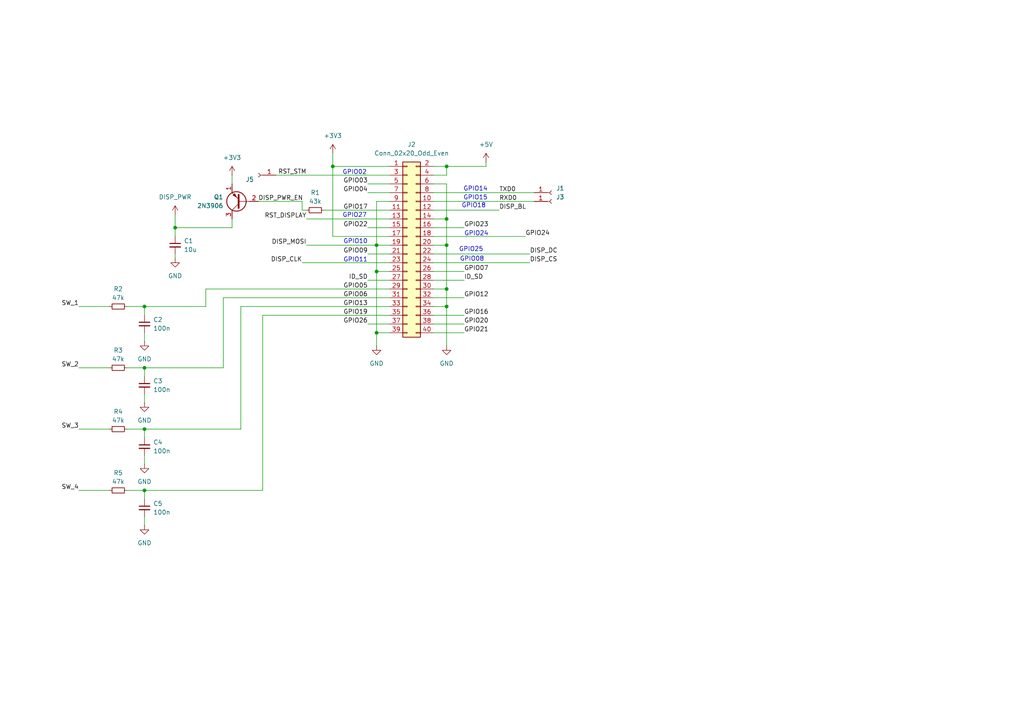
<source format=kicad_sch>
(kicad_sch (version 20250114) (generator "eeschema") (generator_version "9.0")
  (paper "A4")
  (lib_symbols
    (symbol "Connector:Conn_01x01_Socket" (pin_names (offset 1.016) (hide yes))
      (property "Reference" "J" (at 0 2.54 0))
      (property "Value" "Conn_01x01_Socket" (at 0 -2.54 0))
      (symbol "Conn_01x01_Socket_1_1"
        (polyline (pts (xy -1.27 0) (xy -0.508 0)) (stroke (width 0.1524)))
        (arc (start 0 -0.508) (mid -0.5058 0) (end 0 0.508) (stroke (width 0.1524)))
        (pin passive line (at -5.08 0 0) (length 3.81) (name "Pin_1") (number "1"))
      )
    )
    (symbol "Connector_Generic:Conn_02x20_Odd_Even" (pin_names (offset 1.016) (hide yes))
      (property "Reference" "J" (at 1.27 25.4 0))
      (property "Value" "Conn_02x20_Odd_Even" (at 1.27 -27.94 0))
      (symbol "Conn_02x20_Odd_Even_1_1"
        (rectangle (start -1.27 24.13) (end 3.81 -26.67) (stroke (width 0.254)) (fill (type background)))
        (rectangle (start -1.27 22.987) (end 0 22.733) (stroke (width 0.1524)))
        (rectangle (start -1.27 20.447) (end 0 20.193) (stroke (width 0.1524)))
        (rectangle (start -1.27 17.907) (end 0 17.653) (stroke (width 0.1524)))
        (rectangle (start -1.27 15.367) (end 0 15.113) (stroke (width 0.1524)))
        (rectangle (start -1.27 12.827) (end 0 12.573) (stroke (width 0.1524)))
        (rectangle (start -1.27 10.287) (end 0 10.033) (stroke (width 0.1524)))
        (rectangle (start -1.27 7.747) (end 0 7.493) (stroke (width 0.1524)))
        (rectangle (start -1.27 5.207) (end 0 4.953) (stroke (width 0.1524)))
        (rectangle (start -1.27 2.667) (end 0 2.413) (stroke (width 0.1524)))
        (rectangle (start -1.27 0.127) (end 0 -0.127) (stroke (width 0.1524)))
        (rectangle (start -1.27 -2.413) (end 0 -2.667) (stroke (width 0.1524)))
        (rectangle (start -1.27 -4.953) (end 0 -5.207) (stroke (width 0.1524)))
        (rectangle (start -1.27 -7.493) (end 0 -7.747) (stroke (width 0.1524)))
        (rectangle (start -1.27 -10.033) (end 0 -10.287) (stroke (width 0.1524)))
        (rectangle (start -1.27 -12.573) (end 0 -12.827) (stroke (width 0.1524)))
        (rectangle (start -1.27 -15.113) (end 0 -15.367) (stroke (width 0.1524)))
        (rectangle (start -1.27 -17.653) (end 0 -17.907) (stroke (width 0.1524)))
        (rectangle (start -1.27 -20.193) (end 0 -20.447) (stroke (width 0.1524)))
        (rectangle (start -1.27 -22.733) (end 0 -22.987) (stroke (width 0.1524)))
        (rectangle (start -1.27 -25.273) (end 0 -25.527) (stroke (width 0.1524)))
        (rectangle (start 3.81 22.987) (end 2.54 22.733) (stroke (width 0.1524)))
        (rectangle (start 3.81 20.447) (end 2.54 20.193) (stroke (width 0.1524)))
        (rectangle (start 3.81 17.907) (end 2.54 17.653) (stroke (width 0.1524)))
        (rectangle (start 3.81 15.367) (end 2.54 15.113) (stroke (width 0.1524)))
        (rectangle (start 3.81 12.827) (end 2.54 12.573) (stroke (width 0.1524)))
        (rectangle (start 3.81 10.287) (end 2.54 10.033) (stroke (width 0.1524)))
        (rectangle (start 3.81 7.747) (end 2.54 7.493) (stroke (width 0.1524)))
        (rectangle (start 3.81 5.207) (end 2.54 4.953) (stroke (width 0.1524)))
        (rectangle (start 3.81 2.667) (end 2.54 2.413) (stroke (width 0.1524)))
        (rectangle (start 3.81 0.127) (end 2.54 -0.127) (stroke (width 0.1524)))
        (rectangle (start 3.81 -2.413) (end 2.54 -2.667) (stroke (width 0.1524)))
        (rectangle (start 3.81 -4.953) (end 2.54 -5.207) (stroke (width 0.1524)))
        (rectangle (start 3.81 -7.493) (end 2.54 -7.747) (stroke (width 0.1524)))
        (rectangle (start 3.81 -10.033) (end 2.54 -10.287) (stroke (width 0.1524)))
        (rectangle (start 3.81 -12.573) (end 2.54 -12.827) (stroke (width 0.1524)))
        (rectangle (start 3.81 -15.113) (end 2.54 -15.367) (stroke (width 0.1524)))
        (rectangle (start 3.81 -17.653) (end 2.54 -17.907) (stroke (width 0.1524)))
        (rectangle (start 3.81 -20.193) (end 2.54 -20.447) (stroke (width 0.1524)))
        (rectangle (start 3.81 -22.733) (end 2.54 -22.987) (stroke (width 0.1524)))
        (rectangle (start 3.81 -25.273) (end 2.54 -25.527) (stroke (width 0.1524)))
        (pin passive line (at -5.08 22.86 0) (length 3.81) (name "Pin_1") (number "1"))
        (pin passive line (at -5.08 20.32 0) (length 3.81) (name "Pin_3") (number "3"))
        (pin passive line (at -5.08 17.78 0) (length 3.81) (name "Pin_5") (number "5"))
        (pin passive line (at -5.08 15.24 0) (length 3.81) (name "Pin_7") (number "7"))
        (pin passive line (at -5.08 12.7 0) (length 3.81) (name "Pin_9") (number "9"))
        (pin passive line (at -5.08 10.16 0) (length 3.81) (name "Pin_11") (number "11"))
        (pin passive line (at -5.08 7.62 0) (length 3.81) (name "Pin_13") (number "13"))
        (pin passive line (at -5.08 5.08 0) (length 3.81) (name "Pin_15") (number "15"))
        (pin passive line (at -5.08 2.54 0) (length 3.81) (name "Pin_17") (number "17"))
        (pin passive line (at -5.08 0 0) (length 3.81) (name "Pin_19") (number "19"))
        (pin passive line (at -5.08 -2.54 0) (length 3.81) (name "Pin_21") (number "21"))
        (pin passive line (at -5.08 -5.08 0) (length 3.81) (name "Pin_23") (number "23"))
        (pin passive line (at -5.08 -7.62 0) (length 3.81) (name "Pin_25") (number "25"))
        (pin passive line (at -5.08 -10.16 0) (length 3.81) (name "Pin_27") (number "27"))
        (pin passive line (at -5.08 -12.7 0) (length 3.81) (name "Pin_29") (number "29"))
        (pin passive line (at -5.08 -15.24 0) (length 3.81) (name "Pin_31") (number "31"))
        (pin passive line (at -5.08 -17.78 0) (length 3.81) (name "Pin_33") (number "33"))
        (pin passive line (at -5.08 -20.32 0) (length 3.81) (name "Pin_35") (number "35"))
        (pin passive line (at -5.08 -22.86 0) (length 3.81) (name "Pin_37") (number "37"))
        (pin passive line (at -5.08 -25.4 0) (length 3.81) (name "Pin_39") (number "39"))
        (pin passive line (at 7.62 22.86 180) (length 3.81) (name "Pin_2") (number "2"))
        (pin passive line (at 7.62 20.32 180) (length 3.81) (name "Pin_4") (number "4"))
        (pin passive line (at 7.62 17.78 180) (length 3.81) (name "Pin_6") (number "6"))
        (pin passive line (at 7.62 15.24 180) (length 3.81) (name "Pin_8") (number "8"))
        (pin passive line (at 7.62 12.7 180) (length 3.81) (name "Pin_10") (number "10"))
        (pin passive line (at 7.62 10.16 180) (length 3.81) (name "Pin_12") (number "12"))
        (pin passive line (at 7.62 7.62 180) (length 3.81) (name "Pin_14") (number "14"))
        (pin passive line (at 7.62 5.08 180) (length 3.81) (name "Pin_16") (number "16"))
        (pin passive line (at 7.62 2.54 180) (length 3.81) (name "Pin_18") (number "18"))
        (pin passive line (at 7.62 0 180) (length 3.81) (name "Pin_20") (number "20"))
        (pin passive line (at 7.62 -2.54 180) (length 3.81) (name "Pin_22") (number "22"))
        (pin passive line (at 7.62 -5.08 180) (length 3.81) (name "Pin_24") (number "24"))
        (pin passive line (at 7.62 -7.62 180) (length 3.81) (name "Pin_26") (number "26"))
        (pin passive line (at 7.62 -10.16 180) (length 3.81) (name "Pin_28") (number "28"))
        (pin passive line (at 7.62 -12.7 180) (length 3.81) (name "Pin_30") (number "30"))
        (pin passive line (at 7.62 -15.24 180) (length 3.81) (name "Pin_32") (number "32"))
        (pin passive line (at 7.62 -17.78 180) (length 3.81) (name "Pin_34") (number "34"))
        (pin passive line (at 7.62 -20.32 180) (length 3.81) (name "Pin_36") (number "36"))
        (pin passive line (at 7.62 -22.86 180) (length 3.81) (name "Pin_38") (number "38"))
        (pin passive line (at 7.62 -25.4 180) (length 3.81) (name "Pin_40") (number "40"))
      )
    )
    (symbol "Device:C_Small" (pin_numbers (hide yes)) (pin_names (offset 0.254) (hide yes))
      (property "Reference" "C" (at 0.254 1.778 0))
      (property "Value" "C_Small" (at 0.254 -2.032 0))
      (symbol "C_Small_0_1"
        (polyline (pts (xy -1.524 0.508) (xy 1.524 0.508)) (stroke (width 0.3048)))
        (polyline (pts (xy -1.524 -0.508) (xy 1.524 -0.508)) (stroke (width 0.3302)))
      )
      (symbol "C_Small_1_1"
        (pin passive line (at 0 2.54 270) (length 2.032) (name "~") (number "1"))
        (pin passive line (at 0 -2.54 90) (length 2.032) (name "~") (number "2"))
      )
    )
    (symbol "Device:R_Small" (pin_numbers (hide yes)) (pin_names (offset 0.254) (hide yes))
      (property "Reference" "R" (at 0.762 0.508 0))
      (property "Value" "R_Small" (at 0.762 -1.016 0))
      (symbol "R_Small_0_1"
        (rectangle (start -0.762 1.778) (end 0.762 -1.778) (stroke (width 0.2032)))
      )
      (symbol "R_Small_1_1"
        (pin passive line (at 0 2.54 270) (length 0.762) (name "~") (number "1"))
        (pin passive line (at 0 -2.54 90) (length 0.762) (name "~") (number "2"))
      )
    )
    (symbol "Transistor_BJT:2N3906" (pin_names (offset 0) (hide yes))
      (property "Reference" "Q" (at 5.08 1.905 0))
      (property "Value" "2N3906" (at 5.08 0 0))
      (symbol "2N3906_0_1"
        (polyline (pts (xy -2.54 0) (xy 0.635 0)))
        (polyline (pts (xy 0.635 1.905) (xy 0.635 -1.905)) (stroke (width 0.508)))
        (polyline (pts (xy 0.635 0.635) (xy 2.54 2.54)))
        (polyline (pts (xy 0.635 -0.635) (xy 2.54 -2.54)))
        (circle (center 1.27 0) (radius 2.8194) (stroke (width 0.254)))
        (polyline (pts (xy 2.286 -1.778) (xy 1.778 -2.286) (xy 1.27 -1.27) (xy 2.286 -1.778)) (fill (type outline)))
      )
      (symbol "2N3906_1_1"
        (pin input line (at -5.08 0 0) (length 2.54) (name "B") (number "2"))
        (pin passive line (at 2.54 5.08 270) (length 2.54) (name "C") (number "3"))
        (pin passive line (at 2.54 -5.08 90) (length 2.54) (name "E") (number "1"))
      )
    )
    (symbol "power:+3V3" (power) (pin_numbers (hide yes)) (pin_names (offset 0) (hide yes))
      (property "Value" "+3V3" (at 0 3.556 0))
      (symbol "+3V3_0_1"
        (polyline (pts (xy -0.762 1.27) (xy 0 2.54)))
        (polyline (pts (xy 0 2.54) (xy 0.762 1.27)))
        (polyline (pts (xy 0 0) (xy 0 2.54)))
      )
      (symbol "+3V3_1_1"
        (pin power_in line (at 0 0 90) (length 0) (name "~") (number "1"))
      )
    )
    (symbol "power:+5V" (power) (pin_numbers (hide yes)) (pin_names (offset 0) (hide yes))
      (property "Value" "+5V" (at 0 3.556 0))
      (symbol "+5V_0_1"
        (polyline (pts (xy -0.762 1.27) (xy 0 2.54)))
        (polyline (pts (xy 0 2.54) (xy 0.762 1.27)))
        (polyline (pts (xy 0 0) (xy 0 2.54)))
      )
      (symbol "+5V_1_1"
        (pin power_in line (at 0 0 90) (length 0) (name "~") (number "1"))
      )
    )
    (symbol "power:GND" (power) (pin_numbers (hide yes)) (pin_names (offset 0) (hide yes))
      (property "Value" "GND" (at 0 -3.81 0))
      (symbol "GND_0_1"
        (polyline (pts (xy 0 0) (xy 0 -1.27) (xy 1.27 -1.27) (xy 0 -2.54) (xy -1.27 -1.27) (xy 0 -1.27)))
      )
      (symbol "GND_1_1"
        (pin power_in line (at 0 0 270) (length 0) (name "~") (number "1"))
      )
    )
  )
  (text "GPIO27\n" (at 102.87 62.484 0) (effects (font (size 1.27 1.27))))
  (text "GPIO24\n" (at 138.176 67.818 0) (effects (font (size 1.27 1.27))))
  (text "GPIO08\n" (at 136.906 75.184 0) (effects (font (size 1.27 1.27))))
  (text "GPIO18\n" (at 137.414 59.69 0) (effects (font (size 1.27 1.27))))
  (text "GPIO11\n" (at 103.124 75.438 0) (effects (font (size 1.27 1.27))))
  (text "GPIO10\n" (at 103.124 70.104 0) (effects (font (size 1.27 1.27))))
  (text "GPIO15\n" (at 137.922 57.404 0) (effects (font (size 1.27 1.27))))
  (text "GPIO02\n" (at 102.87 50.038 0) (effects (font (size 1.27 1.27))))
  (text "GPIO25\n" (at 136.652 72.39 0) (effects (font (size 1.27 1.27))))
  (text "GPIO14\n" (at 137.922 54.864 0) (effects (font (size 1.27 1.27))))
  (junction (at 129.54 63.5))
  (junction (at 109.22 71.12))
  (junction (at 129.54 48.26))
  (junction (at 41.91 106.68))
  (junction (at 41.91 88.9))
  (junction (at 129.54 88.9))
  (junction (at 96.52 48.26))
  (junction (at 41.91 124.46))
  (junction (at 109.22 78.74))
  (junction (at 41.91 142.24))
  (junction (at 109.22 96.52))
  (junction (at 129.54 83.82))
  (junction (at 50.8 66.04))
  (junction (at 129.54 71.12))
  (wire (pts (xy 129.54 48.26) (xy 125.73 48.26)))
  (wire (pts (xy 22.86 142.24) (xy 31.75 142.24)))
  (wire (pts (xy 74.93 58.42) (xy 87.63 58.42)))
  (wire (pts (xy 129.54 88.9) (xy 125.73 88.9)))
  (wire (pts (xy 41.91 124.46) (xy 41.91 127)))
  (wire (pts (xy 109.22 78.74) (xy 113.03 78.74)))
  (wire (pts (xy 96.52 68.58) (xy 96.52 48.26)))
  (wire (pts (xy 76.2 91.44) (xy 113.03 91.44)))
  (wire (pts (xy 129.54 83.82) (xy 129.54 88.9)))
  (wire (pts (xy 106.68 53.34) (xy 113.03 53.34)))
  (wire (pts (xy 125.73 60.96) (xy 144.78 60.96)))
  (wire (pts (xy 125.73 68.58) (xy 152.4 68.58)))
  (wire (pts (xy 129.54 71.12) (xy 129.54 83.82)))
  (wire (pts (xy 125.73 78.74) (xy 134.62 78.74)))
  (wire (pts (xy 87.63 58.42) (xy 87.63 60.96)))
  (wire (pts (xy 125.73 91.44) (xy 134.62 91.44)))
  (wire (pts (xy 22.86 88.9) (xy 31.75 88.9)))
  (wire (pts (xy 41.91 106.68) (xy 41.91 109.22)))
  (wire (pts (xy 106.68 93.98) (xy 113.03 93.98)))
  (wire (pts (xy 109.22 58.42) (xy 109.22 71.12)))
  (wire (pts (xy 80.01 50.8) (xy 113.03 50.8)))
  (wire (pts (xy 88.9 63.5) (xy 113.03 63.5)))
  (wire (pts (xy 129.54 83.82) (xy 125.73 83.82)))
  (wire (pts (xy 106.68 73.66) (xy 113.03 73.66)))
  (wire (pts (xy 50.8 73.66) (xy 50.8 74.93)))
  (wire (pts (xy 36.83 106.68) (xy 41.91 106.68)))
  (wire (pts (xy 125.73 53.34) (xy 129.54 53.34)))
  (wire (pts (xy 125.73 86.36) (xy 134.62 86.36)))
  (wire (pts (xy 50.8 66.04) (xy 67.31 66.04)))
  (wire (pts (xy 129.54 71.12) (xy 125.73 71.12)))
  (wire (pts (xy 125.73 55.88) (xy 154.94 55.88)))
  (wire (pts (xy 129.54 50.8) (xy 125.73 50.8)))
  (wire (pts (xy 36.83 88.9) (xy 41.91 88.9)))
  (wire (pts (xy 96.52 48.26) (xy 113.03 48.26)))
  (wire (pts (xy 129.54 63.5) (xy 129.54 71.12)))
  (wire (pts (xy 106.68 81.28) (xy 113.03 81.28)))
  (wire (pts (xy 125.73 93.98) (xy 134.62 93.98)))
  (wire (pts (xy 140.97 48.26) (xy 129.54 48.26)))
  (wire (pts (xy 125.73 66.04) (xy 134.62 66.04)))
  (wire (pts (xy 125.73 81.28) (xy 134.62 81.28)))
  (wire (pts (xy 41.91 142.24) (xy 41.91 144.78)))
  (wire (pts (xy 87.63 76.2) (xy 113.03 76.2)))
  (wire (pts (xy 22.86 124.46) (xy 31.75 124.46)))
  (wire (pts (xy 109.22 78.74) (xy 109.22 96.52)))
  (wire (pts (xy 109.22 96.52) (xy 113.03 96.52)))
  (wire (pts (xy 41.91 96.52) (xy 41.91 99.06)))
  (wire (pts (xy 96.52 44.45) (xy 96.52 48.26)))
  (wire (pts (xy 36.83 124.46) (xy 41.91 124.46)))
  (wire (pts (xy 76.2 142.24) (xy 76.2 91.44)))
  (wire (pts (xy 41.91 88.9) (xy 41.91 91.44)))
  (wire (pts (xy 41.91 124.46) (xy 69.85 124.46)))
  (wire (pts (xy 59.69 83.82) (xy 113.03 83.82)))
  (wire (pts (xy 109.22 71.12) (xy 113.03 71.12)))
  (wire (pts (xy 140.97 48.26) (xy 140.97 46.99)))
  (wire (pts (xy 129.54 48.26) (xy 129.54 50.8)))
  (wire (pts (xy 125.73 76.2) (xy 153.67 76.2)))
  (wire (pts (xy 109.22 71.12) (xy 109.22 78.74)))
  (wire (pts (xy 125.73 63.5) (xy 129.54 63.5)))
  (wire (pts (xy 64.77 106.68) (xy 64.77 86.36)))
  (wire (pts (xy 69.85 88.9) (xy 69.85 124.46)))
  (wire (pts (xy 129.54 88.9) (xy 129.54 100.33)))
  (wire (pts (xy 41.91 88.9) (xy 59.69 88.9)))
  (wire (pts (xy 36.83 142.24) (xy 41.91 142.24)))
  (wire (pts (xy 88.9 71.12) (xy 109.22 71.12)))
  (wire (pts (xy 109.22 58.42) (xy 113.03 58.42)))
  (wire (pts (xy 41.91 142.24) (xy 76.2 142.24)))
  (wire (pts (xy 67.31 66.04) (xy 67.31 63.5)))
  (wire (pts (xy 41.91 106.68) (xy 64.77 106.68)))
  (wire (pts (xy 50.8 68.58) (xy 50.8 66.04)))
  (wire (pts (xy 106.68 66.04) (xy 113.03 66.04)))
  (wire (pts (xy 87.63 60.96) (xy 88.9 60.96)))
  (wire (pts (xy 64.77 86.36) (xy 113.03 86.36)))
  (wire (pts (xy 59.69 83.82) (xy 59.69 88.9)))
  (wire (pts (xy 50.8 62.23) (xy 50.8 66.04)))
  (wire (pts (xy 106.68 55.88) (xy 113.03 55.88)))
  (wire (pts (xy 125.73 73.66) (xy 153.67 73.66)))
  (wire (pts (xy 109.22 96.52) (xy 109.22 100.33)))
  (wire (pts (xy 113.03 68.58) (xy 96.52 68.58)))
  (wire (pts (xy 41.91 132.08) (xy 41.91 134.62)))
  (wire (pts (xy 22.86 106.68) (xy 31.75 106.68)))
  (wire (pts (xy 41.91 149.86) (xy 41.91 152.4)))
  (wire (pts (xy 41.91 114.3) (xy 41.91 116.84)))
  (wire (pts (xy 129.54 53.34) (xy 129.54 63.5)))
  (wire (pts (xy 93.98 60.96) (xy 113.03 60.96)))
  (wire (pts (xy 67.31 50.8) (xy 67.31 53.34)))
  (wire (pts (xy 125.73 96.52) (xy 134.62 96.52)))
  (wire (pts (xy 69.85 88.9) (xy 113.03 88.9)))
  (wire (pts (xy 125.73 58.42) (xy 154.94 58.42)))
  (label "GPIO24" (at 152.4 68.58 0))
  (label "GPIO16" (at 134.62 91.44 0))
  (label "GPIO22" (at 106.68 66.04 180))
  (label "GPIO03" (at 106.68 53.34 180))
  (label "GPIO09" (at 106.68 73.66 180))
  (label "GPIO06" (at 106.68 86.36 180))
  (label "DISP_CS" (at 153.67 76.2 0))
  (label "SW_1" (at 22.86 88.9 180))
  (label "GPIO13" (at 106.68 88.9 180))
  (label "GPIO19" (at 106.68 91.44 180))
  (label "DISP_DC" (at 153.67 73.66 0))
  (label "GPIO21" (at 134.62 96.52 0))
  (label "RST_STM" (at 88.9 50.8 180))
  (label "SW_4" (at 22.86 142.24 180))
  (label "GPIO04" (at 106.68 55.88 180))
  (label "GPIO07" (at 134.62 78.74 0))
  (label "DISP_BL" (at 144.78 60.96 0))
  (label "SW_2" (at 22.86 106.68 180))
  (label "ID_SD" (at 134.62 81.28 0))
  (label "DISP_MOSI" (at 88.9 71.12 180))
  (label "GPIO23" (at 134.62 66.04 0))
  (label "DISP_CLK" (at 87.63 76.2 180))
  (label "GPIO20" (at 134.62 93.98 0))
  (label "RXD0" (at 144.78 58.42 0))
  (label "GPIO17" (at 106.68 60.96 180))
  (label "DISP_PWR_EN" (at 74.93 58.42 0))
  (label "ID_SD" (at 106.68 81.28 180))
  (label "RST_DISPLAY" (at 88.9 63.5 180))
  (label "GPIO26" (at 106.68 93.98 180))
  (label "GPIO05" (at 106.68 83.82 180))
  (label "SW_3" (at 22.86 124.46 180))
  (label "GPIO12" (at 134.62 86.36 0))
  (label "TXD0" (at 144.78 55.88 0))
  (symbol (lib_id "Device:C_Small") (at 41.91 111.76 0) (unit 1)
    (property "Reference" "C3" (at 44.45 110.4962 0) (effects (justify left)))
    (property "Value" "100n" (at 44.45 113.0362 0) (effects (justify left)))
    (property "Description" "Unpolarized capacitor, small symbol" (effects (hide yes)))
  )
  (symbol (lib_id "power:+3V3") (at 67.31 50.8 0) (unit 1)
    (property "Reference" "#PWR05" (effects (hide yes)))
    (property "Value" "+3V3" (at 67.31 45.72 0))
    (property "Description" "Power symbol creates a global label with name \"+3V3\"" (effects (hide yes)))
  )
  (symbol (lib_id "Device:R_Small") (at 34.29 142.24 90) (unit 1)
    (property "Reference" "R5" (at 34.29 137.16 90))
    (property "Value" "47k" (at 34.29 139.7 90))
    (property "Description" "Resistor, small symbol" (effects (hide yes)))
  )
  (symbol (lib_id "power:GND") (at 41.91 134.62 0) (unit 1)
    (property "Reference" "#PWR010" (effects (hide yes)))
    (property "Value" "GND" (at 41.91 139.7 0))
    (property "Description" "Power symbol creates a global label with name \"GND\" , ground" (effects (hide yes)))
  )
  (symbol (lib_id "Device:C_Small") (at 41.91 129.54 0) (unit 1)
    (property "Reference" "C4" (at 44.45 128.2762 0) (effects (justify left)))
    (property "Value" "100n" (at 44.45 130.8162 0) (effects (justify left)))
    (property "Description" "Unpolarized capacitor, small symbol" (effects (hide yes)))
  )
  (symbol (lib_id "Device:C_Small") (at 50.8 71.12 0) (unit 1)
    (property "Reference" "C1" (at 53.34 69.8562 0) (effects (justify left)))
    (property "Value" "10u" (at 53.34 72.3962 0) (effects (justify left)))
    (property "Description" "Unpolarized capacitor, small symbol" (effects (hide yes)))
  )
  (symbol (lib_id "Device:C_Small") (at 41.91 93.98 0) (unit 1)
    (property "Reference" "C2" (at 44.45 92.7162 0) (effects (justify left)))
    (property "Value" "100n" (at 44.45 95.2562 0) (effects (justify left)))
    (property "Description" "Unpolarized capacitor, small symbol" (effects (hide yes)))
  )
  (symbol (lib_id "Device:R_Small") (at 34.29 106.68 90) (unit 1)
    (property "Reference" "R3" (at 34.29 101.6 90))
    (property "Value" "47k" (at 34.29 104.14 90))
    (property "Description" "Resistor, small symbol" (effects (hide yes)))
  )
  (symbol (lib_id "power:GND") (at 129.54 100.33 0) (unit 1)
    (property "Reference" "#PWR04" (effects (hide yes)))
    (property "Value" "GND" (at 129.54 105.41 0))
    (property "Description" "Power symbol creates a global label with name \"GND\" , ground" (effects (hide yes)))
  )
  (symbol (lib_id "Transistor_BJT:2N3906") (at 69.85 58.42 180) (unit 1)
    (property "Reference" "Q1" (at 64.77 57.1499 0) (effects (justify left)))
    (property "Value" "2N3906" (at 64.77 59.6899 0) (effects (justify left)))
    (property "Footprint" "Package_TO_SOT_THT:TO-92_Inline" (effects (hide yes)))
    (property "Datasheet" "https://www.onsemi.com/pub/Collateral/2N3906-D.PDF" (effects (hide yes)))
    (property "Description" "-0.2A Ic, -40V Vce, Small Signal PNP Transistor, TO-92" (effects (hide yes)))
  )
  (symbol (lib_id "Device:R_Small") (at 34.29 124.46 90) (unit 1)
    (property "Reference" "R4" (at 34.29 119.38 90))
    (property "Value" "47k" (at 34.29 121.92 90))
    (property "Description" "Resistor, small symbol" (effects (hide yes)))
  )
  (symbol (lib_id "Connector:Conn_01x01_Socket") (at 160.02 58.42 0) (unit 1)
    (property "Reference" "J3" (at 161.29 57.1499 0) (effects (justify left)))
    (property "Value" "Conn_01x01_Socket" (effects (hide yes)))
    (property "Description" "Generic connector, single row, 01x01, script generated" (effects (hide yes)))
  )
  (symbol (lib_id "power:GND") (at 41.91 116.84 0) (unit 1)
    (property "Reference" "#PWR09" (effects (hide yes)))
    (property "Value" "GND" (at 41.91 121.92 0))
    (property "Description" "Power symbol creates a global label with name \"GND\" , ground" (effects (hide yes)))
  )
  (symbol (lib_id "Device:C_Small") (at 41.91 147.32 0) (unit 1)
    (property "Reference" "C5" (at 44.45 146.0562 0) (effects (justify left)))
    (property "Value" "100n" (at 44.45 148.5962 0) (effects (justify left)))
    (property "Description" "Unpolarized capacitor, small symbol" (effects (hide yes)))
  )
  (symbol (lib_id "power:+5V") (at 140.97 46.99 0) (unit 1)
    (property "Reference" "#PWR03" (effects (hide yes)))
    (property "Value" "+5V" (at 140.97 41.91 0))
    (property "Description" "Power symbol creates a global label with name \"+5V\"" (effects (hide yes)))
  )
  (symbol (lib_id "power:+3V3") (at 96.52 44.45 0) (unit 1)
    (property "Reference" "#PWR01" (effects (hide yes)))
    (property "Value" "+3V3" (at 96.52 39.37 0))
    (property "Description" "Power symbol creates a global label with name \"+3V3\"" (effects (hide yes)))
  )
  (symbol (lib_id "power:GND") (at 109.22 100.33 0) (unit 1)
    (property "Reference" "#PWR02" (effects (hide yes)))
    (property "Value" "GND" (at 109.22 105.41 0))
    (property "Description" "Power symbol creates a global label with name \"GND\" , ground" (effects (hide yes)))
  )
  (symbol (lib_id "Device:R_Small") (at 91.44 60.96 90) (unit 1)
    (property "Reference" "R1" (at 91.44 55.88 90))
    (property "Value" "43k" (at 91.44 58.42 90))
    (property "Description" "Resistor, small symbol" (effects (hide yes)))
  )
  (symbol (lib_id "power:GND") (at 50.8 74.93 0) (unit 1)
    (property "Reference" "#PWR07" (effects (hide yes)))
    (property "Value" "GND" (at 50.8 80.01 0))
    (property "Description" "Power symbol creates a global label with name \"GND\" , ground" (effects (hide yes)))
  )
  (symbol (lib_id "power:GND") (at 41.91 99.06 0) (unit 1)
    (property "Reference" "#PWR08" (effects (hide yes)))
    (property "Value" "GND" (at 41.91 104.14 0))
    (property "Description" "Power symbol creates a global label with name \"GND\" , ground" (effects (hide yes)))
  )
  (symbol (lib_id "Connector_Generic:Conn_02x20_Odd_Even") (at 118.11 71.12 0) (unit 1)
    (property "Reference" "J2" (at 119.38 41.91 0))
    (property "Value" "Conn_02x20_Odd_Even" (at 119.38 44.45 0))
    (property "Description" "Generic connector, double row, 02x20, odd/even pin numbering scheme (row 1 odd numbers, row 2 even numbers), script generated (kicad-library-utils/schlib/autogen/connector/)" (effects (hide yes)))
  )
  (symbol (lib_id "power:+3V3") (at 50.8 62.23 0) (unit 1)
    (property "Reference" "#PWR06" (effects (hide yes)))
    (property "Value" "DISP_PWR" (at 50.8 57.15 0))
    (property "Description" "Power symbol creates a global label with name \"+3V3\"" (effects (hide yes)))
  )
  (symbol (lib_id "Device:R_Small") (at 34.29 88.9 90) (unit 1)
    (property "Reference" "R2" (at 34.29 83.82 90))
    (property "Value" "47k" (at 34.29 86.36 90))
    (property "Description" "Resistor, small symbol" (effects (hide yes)))
  )
  (symbol (lib_id "Connector:Conn_01x01_Socket") (at 160.02 55.88 0) (unit 1)
    (property "Reference" "J1" (at 161.29 54.6099 0) (effects (justify left)))
    (property "Value" "Conn_01x01_Socket" (effects (hide yes)))
    (property "Description" "Generic connector, single row, 01x01, script generated" (effects (hide yes)))
  )
  (symbol (lib_id "power:GND") (at 41.91 152.4 0) (unit 1)
    (property "Reference" "#PWR011" (effects (hide yes)))
    (property "Value" "GND" (at 41.91 157.48 0))
    (property "Description" "Power symbol creates a global label with name \"GND\" , ground" (effects (hide yes)))
  )
  (symbol (lib_id "Connector:Conn_01x01_Socket") (at 74.93 50.8 180) (unit 1)
    (property "Reference" "J5" (at 73.66 52.0701 0) (effects (justify left)))
    (property "Value" "Conn_01x01_Socket" (effects (hide yes)))
    (property "Description" "Generic connector, single row, 01x01, script generated" (effects (hide yes)))
  )
)
</source>
